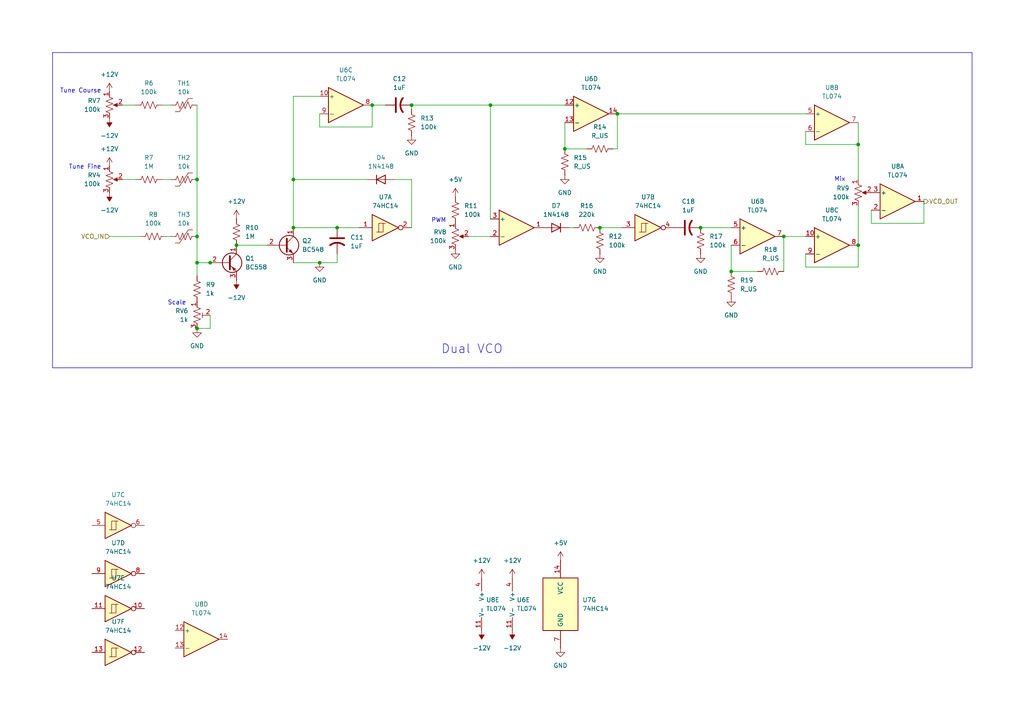
<source format=kicad_sch>
(kicad_sch (version 20250114) (generator "eeschema") (generator_version "9.0")
  (paper "A4")
  (lib_symbols
    (symbol "74xx:74HC14" (pin_names (offset 1.016))
      (property "Reference" "U" (at 0 1.27 0))
      (property "Value" "74HC14" (at 0 -1.27 0))
      (symbol "74HC14_1_0"
        (polyline (pts (xy -3.81 3.81) (xy -3.81 -3.81) (xy 3.81 0) (xy -3.81 3.81)) (stroke (width 0.254)) (fill (type background)))
        (pin input line (at -7.62 0 0) (length 3.81) (name "~") (number "1"))
        (pin output inverted (at 7.62 0 180) (length 3.81) (name "~") (number "2"))
      )
      (symbol "74HC14_1_1"
        (polyline (pts (xy -2.54 -1.27) (xy -0.635 -1.27) (xy -0.635 1.27) (xy 0 1.27)))
        (polyline (pts (xy -1.905 -1.27) (xy -1.905 1.27) (xy -0.635 1.27)))
      )
      (symbol "74HC14_2_0"
        (polyline (pts (xy -3.81 3.81) (xy -3.81 -3.81) (xy 3.81 0) (xy -3.81 3.81)) (stroke (width 0.254)) (fill (type background)))
        (pin input line (at -7.62 0 0) (length 3.81) (name "~") (number "3"))
        (pin output inverted (at 7.62 0 180) (length 3.81) (name "~") (number "4"))
      )
      (symbol "74HC14_2_1"
        (polyline (pts (xy -2.54 -1.27) (xy -0.635 -1.27) (xy -0.635 1.27) (xy 0 1.27)))
        (polyline (pts (xy -1.905 -1.27) (xy -1.905 1.27) (xy -0.635 1.27)))
      )
      (symbol "74HC14_3_0"
        (polyline (pts (xy -3.81 3.81) (xy -3.81 -3.81) (xy 3.81 0) (xy -3.81 3.81)) (stroke (width 0.254)) (fill (type background)))
        (pin input line (at -7.62 0 0) (length 3.81) (name "~") (number "5"))
        (pin output inverted (at 7.62 0 180) (length 3.81) (name "~") (number "6"))
      )
      (symbol "74HC14_3_1"
        (polyline (pts (xy -2.54 -1.27) (xy -0.635 -1.27) (xy -0.635 1.27) (xy 0 1.27)))
        (polyline (pts (xy -1.905 -1.27) (xy -1.905 1.27) (xy -0.635 1.27)))
      )
      (symbol "74HC14_4_0"
        (polyline (pts (xy -3.81 3.81) (xy -3.81 -3.81) (xy 3.81 0) (xy -3.81 3.81)) (stroke (width 0.254)) (fill (type background)))
        (pin input line (at -7.62 0 0) (length 3.81) (name "~") (number "9"))
        (pin output inverted (at 7.62 0 180) (length 3.81) (name "~") (number "8"))
      )
      (symbol "74HC14_4_1"
        (polyline (pts (xy -2.54 -1.27) (xy -0.635 -1.27) (xy -0.635 1.27) (xy 0 1.27)))
        (polyline (pts (xy -1.905 -1.27) (xy -1.905 1.27) (xy -0.635 1.27)))
      )
      (symbol "74HC14_5_0"
        (polyline (pts (xy -3.81 3.81) (xy -3.81 -3.81) (xy 3.81 0) (xy -3.81 3.81)) (stroke (width 0.254)) (fill (type background)))
        (pin input line (at -7.62 0 0) (length 3.81) (name "~") (number "11"))
        (pin output inverted (at 7.62 0 180) (length 3.81) (name "~") (number "10"))
      )
      (symbol "74HC14_5_1"
        (polyline (pts (xy -2.54 -1.27) (xy -0.635 -1.27) (xy -0.635 1.27) (xy 0 1.27)))
        (polyline (pts (xy -1.905 -1.27) (xy -1.905 1.27) (xy -0.635 1.27)))
      )
      (symbol "74HC14_6_0"
        (polyline (pts (xy -3.81 3.81) (xy -3.81 -3.81) (xy 3.81 0) (xy -3.81 3.81)) (stroke (width 0.254)) (fill (type background)))
        (pin input line (at -7.62 0 0) (length 3.81) (name "~") (number "13"))
        (pin output inverted (at 7.62 0 180) (length 3.81) (name "~") (number "12"))
      )
      (symbol "74HC14_6_1"
        (polyline (pts (xy -2.54 -1.27) (xy -0.635 -1.27) (xy -0.635 1.27) (xy 0 1.27)))
        (polyline (pts (xy -1.905 -1.27) (xy -1.905 1.27) (xy -0.635 1.27)))
      )
      (symbol "74HC14_7_0"
        (pin power_in line (at 0 12.7 270) (length 5.08) (name "VCC") (number "14"))
        (pin power_in line (at 0 -12.7 90) (length 5.08) (name "GND") (number "7"))
      )
      (symbol "74HC14_7_1"
        (rectangle (start -5.08 7.62) (end 5.08 -7.62) (stroke (width 0.254)) (fill (type background)))
      )
    )
    (symbol "Amplifier_Operational:TL074" (pin_names (offset 0.127))
      (property "Reference" "U" (at 0 5.08 0))
      (property "Value" "TL074" (at 0 -5.08 0))
      (symbol "TL074_1_1"
        (polyline (pts (xy -5.08 5.08) (xy 5.08 0) (xy -5.08 -5.08) (xy -5.08 5.08)) (stroke (width 0.254)) (fill (type background)))
        (pin input line (at -7.62 2.54 0) (length 2.54) (name "+") (number "3"))
        (pin input line (at -7.62 -2.54 0) (length 2.54) (name "-") (number "2"))
        (pin output line (at 7.62 0 180) (length 2.54) (name "~") (number "1"))
      )
      (symbol "TL074_2_1"
        (polyline (pts (xy -5.08 5.08) (xy 5.08 0) (xy -5.08 -5.08) (xy -5.08 5.08)) (stroke (width 0.254)) (fill (type background)))
        (pin input line (at -7.62 2.54 0) (length 2.54) (name "+") (number "5"))
        (pin input line (at -7.62 -2.54 0) (length 2.54) (name "-") (number "6"))
        (pin output line (at 7.62 0 180) (length 2.54) (name "~") (number "7"))
      )
      (symbol "TL074_3_1"
        (polyline (pts (xy -5.08 5.08) (xy 5.08 0) (xy -5.08 -5.08) (xy -5.08 5.08)) (stroke (width 0.254)) (fill (type background)))
        (pin input line (at -7.62 2.54 0) (length 2.54) (name "+") (number "10"))
        (pin input line (at -7.62 -2.54 0) (length 2.54) (name "-") (number "9"))
        (pin output line (at 7.62 0 180) (length 2.54) (name "~") (number "8"))
      )
      (symbol "TL074_4_1"
        (polyline (pts (xy -5.08 5.08) (xy 5.08 0) (xy -5.08 -5.08) (xy -5.08 5.08)) (stroke (width 0.254)) (fill (type background)))
        (pin input line (at -7.62 2.54 0) (length 2.54) (name "+") (number "12"))
        (pin input line (at -7.62 -2.54 0) (length 2.54) (name "-") (number "13"))
        (pin output line (at 7.62 0 180) (length 2.54) (name "~") (number "14"))
      )
      (symbol "TL074_5_1"
        (pin power_in line (at -2.54 7.62 270) (length 3.81) (name "V+") (number "4"))
        (pin power_in line (at -2.54 -7.62 90) (length 3.81) (name "V-") (number "11"))
      )
    )
    (symbol "Device:C_US" (pin_numbers (hide yes)) (pin_names (offset 0.254) (hide yes))
      (property "Reference" "C" (at 0.635 2.54 0))
      (property "Value" "C_US" (at 0.635 -2.54 0))
      (symbol "C_US_0_1"
        (polyline (pts (xy -2.032 0.762) (xy 2.032 0.762)) (stroke (width 0.508)))
        (arc (start -2.032 -1.27) (mid 0 -0.5572) (end 2.032 -1.27) (stroke (width 0.508)))
      )
      (symbol "C_US_1_1"
        (pin passive line (at 0 3.81 270) (length 2.794) (name "~") (number "1"))
        (pin passive line (at 0 -3.81 90) (length 3.302) (name "~") (number "2"))
      )
    )
    (symbol "Device:R_Potentiometer_Trim_US" (pin_names (offset 1.016) (hide yes))
      (property "Reference" "RV" (at -4.445 0 90))
      (property "Value" "R_Potentiometer_Trim_US" (at -2.54 0 90))
      (symbol "R_Potentiometer_Trim_US_0_1"
        (polyline (pts (xy 0 2.286) (xy 0 2.54)))
        (polyline (pts (xy 0 2.286) (xy 1.016 1.905) (xy 0 1.524) (xy -1.016 1.143) (xy 0 0.762)))
        (polyline (pts (xy 0 0.762) (xy 1.016 0.381) (xy 0 0) (xy -1.016 -0.381) (xy 0 -0.762)))
        (polyline (pts (xy 0 -0.762) (xy 1.016 -1.143) (xy 0 -1.524) (xy -1.016 -1.905) (xy 0 -2.286)))
        (polyline (pts (xy 0 -2.286) (xy 0 -2.54)))
        (polyline (pts (xy 1.524 0.762) (xy 1.524 -0.762)))
        (polyline (pts (xy 2.54 0) (xy 1.524 0)))
      )
      (symbol "R_Potentiometer_Trim_US_1_1"
        (pin passive line (at 0 3.81 270) (length 1.27) (name "1") (number "1"))
        (pin passive line (at 0 -3.81 90) (length 1.27) (name "3") (number "3"))
        (pin passive line (at 3.81 0 180) (length 1.27) (name "2") (number "2"))
      )
    )
    (symbol "Device:R_Potentiometer_US" (pin_names (offset 1.016) (hide yes))
      (property "Reference" "RV" (at -4.445 0 90))
      (property "Value" "R_Potentiometer_US" (at -2.54 0 90))
      (symbol "R_Potentiometer_US_0_1"
        (polyline (pts (xy 0 2.54) (xy 0 2.286)))
        (polyline (pts (xy 0 2.286) (xy 1.016 1.905) (xy 0 1.524) (xy -1.016 1.143) (xy 0 0.762)))
        (polyline (pts (xy 0 0.762) (xy 1.016 0.381) (xy 0 0) (xy -1.016 -0.381) (xy 0 -0.762)))
        (polyline (pts (xy 0 -0.762) (xy 1.016 -1.143) (xy 0 -1.524) (xy -1.016 -1.905) (xy 0 -2.286)))
        (polyline (pts (xy 0 -2.286) (xy 0 -2.54)))
        (polyline (pts (xy 1.143 0) (xy 2.286 0.508) (xy 2.286 -0.508) (xy 1.143 0)) (fill (type outline)))
        (polyline (pts (xy 2.54 0) (xy 1.524 0)))
      )
      (symbol "R_Potentiometer_US_1_1"
        (pin passive line (at 0 3.81 270) (length 1.27) (name "1") (number "1"))
        (pin passive line (at 0 -3.81 90) (length 1.27) (name "3") (number "3"))
        (pin passive line (at 3.81 0 180) (length 1.27) (name "2") (number "2"))
      )
    )
    (symbol "Device:R_US" (pin_numbers (hide yes)) (pin_names (offset 0))
      (property "Reference" "R" (at 2.54 0 90))
      (property "Value" "R_US" (at -2.54 0 90))
      (symbol "R_US_0_1"
        (polyline (pts (xy 0 2.286) (xy 0 2.54)))
        (polyline (pts (xy 0 2.286) (xy 1.016 1.905) (xy 0 1.524) (xy -1.016 1.143) (xy 0 0.762)))
        (polyline (pts (xy 0 0.762) (xy 1.016 0.381) (xy 0 0) (xy -1.016 -0.381) (xy 0 -0.762)))
        (polyline (pts (xy 0 -0.762) (xy 1.016 -1.143) (xy 0 -1.524) (xy -1.016 -1.905) (xy 0 -2.286)))
        (polyline (pts (xy 0 -2.286) (xy 0 -2.54)))
      )
      (symbol "R_US_1_1"
        (pin passive line (at 0 3.81 270) (length 1.27) (name "~") (number "1"))
        (pin passive line (at 0 -3.81 90) (length 1.27) (name "~") (number "2"))
      )
    )
    (symbol "Device:Thermistor_US" (pin_numbers (hide yes)) (pin_names (offset 0))
      (property "Reference" "TH" (at 2.54 1.27 90))
      (property "Value" "Thermistor_US" (at -2.54 0 90))
      (symbol "Thermistor_US_0_1"
        (polyline (pts (xy -1.905 2.54) (xy -1.905 1.27) (xy 1.905 -1.27)))
        (polyline (pts (xy 0 2.286) (xy 0 2.54)))
        (polyline (pts (xy 0 2.286) (xy 1.016 1.905) (xy 0 1.524) (xy -1.016 1.143) (xy 0 0.762)))
        (polyline (pts (xy 0 0.762) (xy 1.016 0.381) (xy 0 0) (xy -1.016 -0.381) (xy 0 -0.762)))
        (polyline (pts (xy 0 -0.762) (xy 1.016 -1.143) (xy 0 -1.524) (xy -1.016 -1.905) (xy 0 -2.286)))
        (polyline (pts (xy 0 -2.286) (xy 0 -2.54)))
        (polyline (pts (xy 1.905 -1.27) (xy 1.905 -2.54)))
      )
      (symbol "Thermistor_US_1_1"
        (pin passive line (at 0 3.81 270) (length 1.27) (name "~") (number "1"))
        (pin passive line (at 0 -3.81 90) (length 1.27) (name "~") (number "2"))
      )
    )
    (symbol "Diode:1N4148" (pin_numbers (hide yes)) (pin_names (hide yes))
      (property "Reference" "D" (at 0 2.54 0))
      (property "Value" "1N4148" (at 0 -2.54 0))
      (symbol "1N4148_0_1"
        (polyline (pts (xy -1.27 1.27) (xy -1.27 -1.27)) (stroke (width 0.254)))
        (polyline (pts (xy 1.27 1.27) (xy 1.27 -1.27) (xy -1.27 0) (xy 1.27 1.27)) (stroke (width 0.254)))
        (polyline (pts (xy 1.27 0) (xy -1.27 0)))
      )
      (symbol "1N4148_1_1"
        (pin passive line (at -3.81 0 0) (length 2.54) (name "K") (number "1"))
        (pin passive line (at 3.81 0 180) (length 2.54) (name "A") (number "2"))
      )
    )
    (symbol "Transistor_BJT:BC548" (pin_names (offset 0) (hide yes))
      (property "Reference" "Q" (at 5.08 1.905 0))
      (property "Value" "BC548" (at 5.08 0 0))
      (symbol "BC548_0_1"
        (polyline (pts (xy -2.54 0) (xy 0.635 0)))
        (polyline (pts (xy 0.635 1.905) (xy 0.635 -1.905)) (stroke (width 0.508)))
        (circle (center 1.27 0) (radius 2.8194) (stroke (width 0.254)))
      )
      (symbol "BC548_1_1"
        (polyline (pts (xy 0.635 0.635) (xy 2.54 2.54)))
        (polyline (pts (xy 0.635 -0.635) (xy 2.54 -2.54)))
        (polyline (pts (xy 1.27 -1.778) (xy 1.778 -1.27) (xy 2.286 -2.286) (xy 1.27 -1.778)) (fill (type outline)))
        (pin input line (at -5.08 0 0) (length 2.54) (name "B") (number "2"))
        (pin passive line (at 2.54 5.08 270) (length 2.54) (name "C") (number "1"))
        (pin passive line (at 2.54 -5.08 90) (length 2.54) (name "E") (number "3"))
      )
    )
    (symbol "Transistor_BJT:BC558" (pin_names (offset 0) (hide yes))
      (property "Reference" "Q" (at 5.08 1.905 0))
      (property "Value" "BC558" (at 5.08 0 0))
      (symbol "BC558_0_1"
        (polyline (pts (xy -2.54 0) (xy 0.635 0)))
        (polyline (pts (xy 0.635 1.905) (xy 0.635 -1.905)) (stroke (width 0.508)))
        (polyline (pts (xy 0.635 0.635) (xy 2.54 2.54)))
        (polyline (pts (xy 0.635 -0.635) (xy 2.54 -2.54)))
        (circle (center 1.27 0) (radius 2.8194) (stroke (width 0.254)))
        (polyline (pts (xy 2.286 -1.778) (xy 1.778 -2.286) (xy 1.27 -1.27) (xy 2.286 -1.778)) (fill (type outline)))
      )
      (symbol "BC558_1_1"
        (pin input line (at -5.08 0 0) (length 2.54) (name "B") (number "2"))
        (pin passive line (at 2.54 5.08 270) (length 2.54) (name "C") (number "1"))
        (pin passive line (at 2.54 -5.08 90) (length 2.54) (name "E") (number "3"))
      )
    )
    (symbol "power:+12V" (power) (pin_numbers (hide yes)) (pin_names (offset 0) (hide yes))
      (property "Value" "+12V" (at 0 3.556 0))
      (symbol "+12V_0_1"
        (polyline (pts (xy -0.762 1.27) (xy 0 2.54)))
        (polyline (pts (xy 0 2.54) (xy 0.762 1.27)))
        (polyline (pts (xy 0 0) (xy 0 2.54)))
      )
      (symbol "+12V_1_1"
        (pin power_in line (at 0 0 90) (length 0) (name "~") (number "1"))
      )
    )
    (symbol "power:+5V" (power) (pin_numbers (hide yes)) (pin_names (offset 0) (hide yes))
      (property "Value" "+5V" (at 0 3.556 0))
      (symbol "+5V_0_1"
        (polyline (pts (xy -0.762 1.27) (xy 0 2.54)))
        (polyline (pts (xy 0 2.54) (xy 0.762 1.27)))
        (polyline (pts (xy 0 0) (xy 0 2.54)))
      )
      (symbol "+5V_1_1"
        (pin power_in line (at 0 0 90) (length 0) (name "~") (number "1"))
      )
    )
    (symbol "power:-12V" (power) (pin_numbers (hide yes)) (pin_names (offset 0) (hide yes))
      (property "Value" "-12V" (at 0 3.556 0))
      (symbol "-12V_0_0"
        (pin power_in line (at 0 0 90) (length 0) (name "~") (number "1"))
      )
      (symbol "-12V_0_1"
        (polyline (pts (xy 0 0) (xy 0 1.27) (xy 0.762 1.27) (xy 0 2.54) (xy -0.762 1.27) (xy 0 1.27)) (fill (type outline)))
      )
    )
    (symbol "power:GND" (power) (pin_numbers (hide yes)) (pin_names (offset 0) (hide yes))
      (property "Value" "GND" (at 0 -3.81 0))
      (symbol "GND_0_1"
        (polyline (pts (xy 0 0) (xy 0 -1.27) (xy 1.27 -1.27) (xy 0 -2.54) (xy -1.27 -1.27) (xy 0 -1.27)))
      )
      (symbol "GND_1_1"
        (pin power_in line (at 0 0 270) (length 0) (name "~") (number "1"))
      )
    )
  )
  (rectangle (start 15.24 15.24) (end 281.94 106.68))
  (text "Mix\n" (at 243.586 52.07 0) (effects (font (size 1.27 1.27))))
  (text "Tune Fine\n" (at 24.638 48.514 0) (effects (font (size 1.27 1.27))))
  (text "PWM" (at 127.254 64.008 0) (effects (font (size 1.27 1.27))))
  (text "Tune Course\n" (at 23.368 26.416 0) (effects (font (size 1.27 1.27))))
  (text "Scale" (at 51.308 87.884 0) (effects (font (size 1.27 1.27))))
  (text "Dual VCO" (at 136.906 101.346 0) (effects (font (size 2.54 2.54))))
  (junction (at 57.15 95.25))
  (junction (at 57.15 52.07))
  (junction (at 57.15 76.2))
  (junction (at 68.58 71.12))
  (junction (at 85.09 52.07))
  (junction (at 107.95 30.48))
  (junction (at 85.09 66.04))
  (junction (at 227.33 68.58))
  (junction (at 92.71 76.2))
  (junction (at 212.09 78.74))
  (junction (at 248.92 71.12))
  (junction (at 119.38 30.48))
  (junction (at 142.24 30.48))
  (junction (at 163.83 43.18))
  (junction (at 248.92 41.91))
  (junction (at 57.15 68.58))
  (junction (at 203.2 66.04))
  (junction (at 179.07 33.02))
  (junction (at 60.96 76.2))
  (junction (at 97.79 66.04))
  (junction (at 173.99 66.04))
  (wire (pts (xy 179.07 33.02) (xy 179.07 43.18)))
  (wire (pts (xy 85.09 52.07) (xy 85.09 66.04)))
  (wire (pts (xy 267.97 64.77) (xy 267.97 58.42)))
  (wire (pts (xy 104.14 66.04) (xy 97.79 66.04)))
  (wire (pts (xy 92.71 76.2) (xy 97.79 76.2)))
  (wire (pts (xy 57.15 76.2) (xy 60.96 76.2)))
  (wire (pts (xy 57.15 30.48) (xy 57.15 52.07)))
  (wire (pts (xy 119.38 31.75) (xy 119.38 30.48)))
  (wire (pts (xy 179.07 43.18) (xy 177.8 43.18)))
  (wire (pts (xy 62.23 76.2) (xy 60.96 76.2)))
  (wire (pts (xy 233.68 38.1) (xy 233.68 41.91)))
  (wire (pts (xy 170.18 43.18) (xy 163.83 43.18)))
  (wire (pts (xy 233.68 77.47) (xy 248.92 77.47)))
  (wire (pts (xy 119.38 52.07) (xy 119.38 66.04)))
  (wire (pts (xy 252.73 64.77) (xy 267.97 64.77)))
  (wire (pts (xy 39.37 30.48) (xy 35.56 30.48)))
  (wire (pts (xy 39.37 52.07) (xy 35.56 52.07)))
  (wire (pts (xy 49.53 30.48) (xy 46.99 30.48)))
  (wire (pts (xy 60.96 91.44) (xy 60.96 95.25)))
  (wire (pts (xy 57.15 52.07) (xy 57.15 68.58)))
  (wire (pts (xy 97.79 73.66) (xy 97.79 76.2)))
  (wire (pts (xy 92.71 33.02) (xy 92.71 36.83)))
  (wire (pts (xy 142.24 30.48) (xy 163.83 30.48)))
  (wire (pts (xy 85.09 66.04) (xy 97.79 66.04)))
  (wire (pts (xy 57.15 76.2) (xy 57.15 68.58)))
  (wire (pts (xy 92.71 27.94) (xy 85.09 27.94)))
  (wire (pts (xy 106.68 52.07) (xy 85.09 52.07)))
  (wire (pts (xy 107.95 36.83) (xy 107.95 30.48)))
  (wire (pts (xy 119.38 30.48) (xy 142.24 30.48)))
  (wire (pts (xy 49.53 68.58) (xy 48.26 68.58)))
  (wire (pts (xy 49.53 52.07) (xy 46.99 52.07)))
  (wire (pts (xy 227.33 68.58) (xy 227.33 78.74)))
  (wire (pts (xy 135.89 68.58) (xy 142.24 68.58)))
  (wire (pts (xy 142.24 30.48) (xy 142.24 63.5)))
  (wire (pts (xy 233.68 33.02) (xy 179.07 33.02)))
  (wire (pts (xy 114.3 52.07) (xy 119.38 52.07)))
  (wire (pts (xy 40.64 68.58) (xy 31.75 68.58)))
  (wire (pts (xy 60.96 95.25) (xy 57.15 95.25)))
  (wire (pts (xy 92.71 76.2) (xy 85.09 76.2)))
  (wire (pts (xy 92.71 36.83) (xy 107.95 36.83)))
  (wire (pts (xy 233.68 41.91) (xy 248.92 41.91)))
  (wire (pts (xy 173.99 66.04) (xy 180.34 66.04)))
  (wire (pts (xy 212.09 78.74) (xy 219.71 78.74)))
  (wire (pts (xy 252.73 60.96) (xy 252.73 64.77)))
  (wire (pts (xy 85.09 27.94) (xy 85.09 52.07)))
  (wire (pts (xy 233.68 73.66) (xy 233.68 77.47)))
  (wire (pts (xy 163.83 43.18) (xy 163.83 35.56)))
  (wire (pts (xy 248.92 35.56) (xy 248.92 41.91)))
  (wire (pts (xy 248.92 77.47) (xy 248.92 71.12)))
  (wire (pts (xy 212.09 71.12) (xy 212.09 78.74)))
  (wire (pts (xy 57.15 80.01) (xy 57.15 76.2)))
  (wire (pts (xy 248.92 41.91) (xy 248.92 52.07)))
  (wire (pts (xy 111.76 30.48) (xy 107.95 30.48)))
  (wire (pts (xy 227.33 68.58) (xy 233.68 68.58)))
  (wire (pts (xy 77.47 71.12) (xy 68.58 71.12)))
  (wire (pts (xy 166.37 66.04) (xy 165.1 66.04)))
  (wire (pts (xy 248.92 59.69) (xy 248.92 71.12)))
  (wire (pts (xy 203.2 66.04) (xy 212.09 66.04)))
  (hierarchical_label "VCO_OUT" (shape output) (at 267.97 58.42 0))
  (hierarchical_label "VCO_IN" (shape input) (at 31.75 68.58 180))
  (symbol (lib_id "Device:R_Potentiometer_Trim_US") (at 57.15 91.44 0) (unit 1)
    (property "Reference" "RV6" (at 54.61 90.1699 0) (effects (justify right)))
    (property "Value" "1k" (at 54.61 92.7099 0) (effects (justify right)))
    (property "Footprint" "Potentiometer_THT:Potentiometer_Bourns_3266Y_Vertical" (effects (hide yes)))
    (property "Description" "Trim-potentiometer, US symbol" (effects (hide yes)))
  )
  (symbol (lib_id "power:GND") (at 203.2 73.66 0) (unit 1)
    (property "Reference" "#PWR037" (effects (hide yes)))
    (property "Value" "GND" (at 203.2 78.74 0))
    (property "Description" "Power symbol creates a global label with name \"GND\" , ground" (effects (hide yes)))
  )
  (symbol (lib_id "power:+12V") (at 31.75 48.26 0) (unit 1)
    (property "Reference" "#PWR022" (effects (hide yes)))
    (property "Value" "+12V" (at 31.75 43.18 0))
    (property "Description" "Power symbol creates a global label with name \"+12V\"" (effects (hide yes)))
  )
  (symbol (lib_id "power:GND") (at 92.71 76.2 0) (unit 1)
    (property "Reference" "#PWR027" (effects (hide yes)))
    (property "Value" "GND" (at 92.71 81.28 0))
    (property "Description" "Power symbol creates a global label with name \"GND\" , ground" (effects (hide yes)))
  )
  (symbol (lib_id "74xx:74HC14") (at 187.96 66.04 0) (unit 2)
    (property "Reference" "U7" (at 187.96 57.15 0))
    (property "Value" "74HC14" (at 187.96 59.69 0))
    (property "Datasheet" "http://www.ti.com/lit/gpn/sn74HC14" (effects (hide yes)))
    (property "Description" "Hex inverter schmitt trigger" (effects (hide yes)))
  )
  (symbol (lib_id "74xx:74HC14") (at 111.76 66.04 0) (unit 1)
    (property "Reference" "U7" (at 111.76 57.15 0))
    (property "Value" "74HC14" (at 111.76 59.69 0))
    (property "Datasheet" "http://www.ti.com/lit/gpn/sn74HC14" (effects (hide yes)))
    (property "Description" "Hex inverter schmitt trigger" (effects (hide yes)))
  )
  (symbol (lib_id "power:+5V") (at 132.08 57.15 0) (unit 1)
    (property "Reference" "#PWR034" (effects (hide yes)))
    (property "Value" "+5V" (at 132.08 52.07 0))
    (property "Description" "Power symbol creates a global label with name \"+5V\"" (effects (hide yes)))
  )
  (symbol (lib_id "Device:R_Potentiometer_US") (at 248.92 55.88 0) (unit 1)
    (property "Reference" "RV9" (at 246.38 54.6099 0) (effects (justify right)))
    (property "Value" "100k" (at 246.38 57.1499 0) (effects (justify right)))
    (property "Footprint" "Potentiometer_THT:Potentiometer_Alpha_RD901F-40-00D_Single_Vertical" (effects (hide yes)))
    (property "Description" "Potentiometer, US symbol" (effects (hide yes)))
  )
  (symbol (lib_id "power:-12V") (at 139.7 182.88 180) (unit 1)
    (property "Reference" "#PWR040" (effects (hide yes)))
    (property "Value" "-12V" (at 139.7 187.96 0))
    (property "Description" "Power symbol creates a global label with name \"-12V\"" (effects (hide yes)))
  )
  (symbol (lib_id "Diode:1N4148") (at 161.29 66.04 180) (unit 1)
    (property "Reference" "D7" (at 161.29 59.69 0))
    (property "Value" "1N4148" (at 161.29 62.23 0))
    (property "Footprint" "Diode_THT:D_DO-35_SOD27_P7.62mm_Horizontal" (effects (hide yes)))
    (property "Datasheet" "https://assets.nexperia.com/documents/data-sheet/1N4148_1N4448.pdf" (effects (hide yes)))
    (property "Description" "100V 0.15A standard switching diode, DO-35" (effects (hide yes)))
    (property "Sim.Device" "D" (effects (hide yes)))
    (property "Sim.Pins" "1=K 2=A" (effects (hide yes)))
  )
  (symbol (lib_id "power:GND") (at 163.83 50.8 0) (unit 1)
    (property "Reference" "#PWR021" (effects (hide yes)))
    (property "Value" "GND" (at 163.83 55.88 0))
    (property "Description" "Power symbol creates a global label with name \"GND\" , ground" (effects (hide yes)))
  )
  (symbol (lib_id "power:-12V") (at 148.59 182.88 180) (unit 1)
    (property "Reference" "#PWR029" (effects (hide yes)))
    (property "Value" "-12V" (at 148.59 187.96 0))
    (property "Description" "Power symbol creates a global label with name \"-12V\"" (effects (hide yes)))
  )
  (symbol (lib_id "Amplifier_Operational:TL074") (at 100.33 30.48 0) (unit 3)
    (property "Reference" "U6" (at 100.33 20.32 0))
    (property "Value" "TL074" (at 100.33 22.86 0))
    (property "Footprint" "Package_DIP:DIP-14_W7.62mm" (effects (hide yes)))
    (property "Datasheet" "http://www.ti.com/lit/ds/symlink/tl071.pdf" (effects (hide yes)))
    (property "Description" "Quad Low-Noise JFET-Input Operational Amplifiers, DIP-14/SOIC-14" (effects (hide yes)))
  )
  (symbol (lib_id "Transistor_BJT:BC548") (at 82.55 71.12 0) (unit 1)
    (property "Reference" "Q2" (at 87.63 69.8499 0) (effects (justify left)))
    (property "Value" "BC548" (at 87.63 72.3899 0) (effects (justify left)))
    (property "Footprint" "Package_TO_SOT_THT:TO-92_Inline" (effects (hide yes)))
    (property "Datasheet" "https://www.onsemi.com/pub/Collateral/BC550-D.pdf" (effects (hide yes)))
    (property "Description" "0.1A Ic, 30V Vce, Small Signal NPN Transistor, TO-92" (effects (hide yes)))
  )
  (symbol (lib_id "Device:C_US") (at 115.57 30.48 90) (unit 1)
    (property "Reference" "C12" (at 115.824 22.86 90))
    (property "Value" "1uF" (at 115.824 25.4 90))
    (property "Footprint" "Capacitor_THT:CP_Radial_D4.0mm_P2.00mm" (effects (hide yes)))
    (property "Description" "capacitor, US symbol" (effects (hide yes)))
  )
  (symbol (lib_id "Device:R_US") (at 43.18 52.07 90) (unit 1)
    (property "Reference" "R7" (at 43.18 45.72 90))
    (property "Value" "1M" (at 43.18 48.26 90))
    (property "Footprint" "Resistor_THT:R_Axial_DIN0207_L6.3mm_D2.5mm_P10.16mm_Horizontal" (effects (hide yes)))
    (property "Description" "Resistor, US symbol" (effects (hide yes)))
  )
  (symbol (lib_id "Amplifier_Operational:TL074") (at 219.71 68.58 0) (unit 2)
    (property "Reference" "U6" (at 219.71 58.42 0))
    (property "Value" "TL074" (at 219.71 60.96 0))
    (property "Footprint" "Package_DIP:DIP-14_W7.62mm" (effects (hide yes)))
    (property "Datasheet" "http://www.ti.com/lit/ds/symlink/tl071.pdf" (effects (hide yes)))
    (property "Description" "Quad Low-Noise JFET-Input Operational Amplifiers, DIP-14/SOIC-14" (effects (hide yes)))
  )
  (symbol (lib_id "power:GND") (at 57.15 95.25 0) (unit 1)
    (property "Reference" "#PWR024" (effects (hide yes)))
    (property "Value" "GND" (at 57.15 100.33 0))
    (property "Description" "Power symbol creates a global label with name \"GND\" , ground" (effects (hide yes)))
  )
  (symbol (lib_id "74xx:74HC14") (at 34.29 152.4 0) (unit 3)
    (property "Reference" "U7" (at 34.29 143.51 0))
    (property "Value" "74HC14" (at 34.29 146.05 0))
    (property "Datasheet" "http://www.ti.com/lit/gpn/sn74HC14" (effects (hide yes)))
    (property "Description" "Hex inverter schmitt trigger" (effects (hide yes)))
  )
  (symbol (lib_id "Device:R_Potentiometer_US") (at 31.75 52.07 0) (unit 1)
    (property "Reference" "RV4" (at 29.21 50.7999 0) (effects (justify right)))
    (property "Value" "100k" (at 29.21 53.3399 0) (effects (justify right)))
    (property "Footprint" "Potentiometer_THT:Potentiometer_Alpha_RD901F-40-00D_Single_Vertical" (effects (hide yes)))
    (property "Description" "Potentiometer, US symbol" (effects (hide yes)))
  )
  (symbol (lib_id "Device:R_US") (at 223.52 78.74 90) (unit 1)
    (property "Reference" "R18" (at 223.52 72.39 90))
    (property "Value" "R_US" (at 223.52 74.93 90))
    (property "Footprint" "Resistor_THT:R_Axial_DIN0207_L6.3mm_D2.5mm_P10.16mm_Horizontal" (effects (hide yes)))
    (property "Description" "Resistor, US symbol" (effects (hide yes)))
  )
  (symbol (lib_id "Amplifier_Operational:TL074") (at 58.42 185.42 0) (unit 4)
    (property "Reference" "U8" (at 58.42 175.26 0))
    (property "Value" "TL074" (at 58.42 177.8 0))
    (property "Footprint" "Package_DIP:DIP-14_W7.62mm" (effects (hide yes)))
    (property "Datasheet" "http://www.ti.com/lit/ds/symlink/tl071.pdf" (effects (hide yes)))
    (property "Description" "Quad Low-Noise JFET-Input Operational Amplifiers, DIP-14/SOIC-14" (effects (hide yes)))
  )
  (symbol (lib_id "power:+5V") (at 162.56 162.56 0) (unit 1)
    (property "Reference" "#PWR032" (effects (hide yes)))
    (property "Value" "+5V" (at 162.56 157.48 0))
    (property "Description" "Power symbol creates a global label with name \"+5V\"" (effects (hide yes)))
  )
  (symbol (lib_id "Amplifier_Operational:TL074") (at 171.45 33.02 0) (unit 4)
    (property "Reference" "U6" (at 171.45 22.86 0))
    (property "Value" "TL074" (at 171.45 25.4 0))
    (property "Footprint" "Package_DIP:DIP-14_W7.62mm" (effects (hide yes)))
    (property "Datasheet" "http://www.ti.com/lit/ds/symlink/tl071.pdf" (effects (hide yes)))
    (property "Description" "Quad Low-Noise JFET-Input Operational Amplifiers, DIP-14/SOIC-14" (effects (hide yes)))
  )
  (symbol (lib_id "Device:R_US") (at 119.38 35.56 0) (unit 1)
    (property "Reference" "R13" (at 121.92 34.2899 0) (effects (justify left)))
    (property "Value" "100k" (at 121.92 36.8299 0) (effects (justify left)))
    (property "Footprint" "Resistor_THT:R_Axial_DIN0207_L6.3mm_D2.5mm_P10.16mm_Horizontal" (effects (hide yes)))
    (property "Description" "Resistor, US symbol" (effects (hide yes)))
  )
  (symbol (lib_id "Amplifier_Operational:TL074") (at 151.13 175.26 0) (unit 5)
    (property "Reference" "U6" (at 149.86 173.9899 0) (effects (justify left)))
    (property "Value" "TL074" (at 149.86 176.5299 0) (effects (justify left)))
    (property "Footprint" "Package_DIP:DIP-14_W7.62mm" (effects (hide yes)))
    (property "Datasheet" "http://www.ti.com/lit/ds/symlink/tl071.pdf" (effects (hide yes)))
    (property "Description" "Quad Low-Noise JFET-Input Operational Amplifiers, DIP-14/SOIC-14" (effects (hide yes)))
  )
  (symbol (lib_id "Device:R_US") (at 43.18 30.48 90) (unit 1)
    (property "Reference" "R6" (at 43.18 24.13 90))
    (property "Value" "100k" (at 43.18 26.67 90))
    (property "Footprint" "Resistor_THT:R_Axial_DIN0207_L6.3mm_D2.5mm_P10.16mm_Horizontal" (effects (hide yes)))
    (property "Description" "Resistor, US symbol" (effects (hide yes)))
  )
  (symbol (lib_id "74xx:74HC14") (at 34.29 189.23 0) (unit 6)
    (property "Reference" "U7" (at 34.29 180.34 0))
    (property "Value" "74HC14" (at 34.29 182.88 0))
    (property "Datasheet" "http://www.ti.com/lit/gpn/sn74HC14" (effects (hide yes)))
    (property "Description" "Hex inverter schmitt trigger" (effects (hide yes)))
  )
  (symbol (lib_id "power:-12V") (at 31.75 55.88 180) (unit 1)
    (property "Reference" "#PWR023" (effects (hide yes)))
    (property "Value" "-12V" (at 31.75 60.96 0))
    (property "Description" "Power symbol creates a global label with name \"-12V\"" (effects (hide yes)))
  )
  (symbol (lib_id "Device:Thermistor_US") (at 53.34 30.48 90) (unit 1)
    (property "Reference" "TH1" (at 53.34 24.13 90))
    (property "Value" "10k" (at 53.34 26.67 90))
    (property "Description" "Thermistor, temperature dependent resistor, US symbol" (effects (hide yes)))
  )
  (symbol (lib_id "Device:Thermistor_US") (at 53.34 52.07 90) (unit 1)
    (property "Reference" "TH2" (at 53.34 45.72 90))
    (property "Value" "10k" (at 53.34 48.26 90))
    (property "Description" "Thermistor, temperature dependent resistor, US symbol" (effects (hide yes)))
  )
  (symbol (lib_id "Device:R_US") (at 163.83 46.99 0) (unit 1)
    (property "Reference" "R15" (at 166.37 45.7199 0) (effects (justify left)))
    (property "Value" "R_US" (at 166.37 48.2599 0) (effects (justify left)))
    (property "Footprint" "Resistor_THT:R_Axial_DIN0207_L6.3mm_D2.5mm_P10.16mm_Horizontal" (effects (hide yes)))
    (property "Description" "Resistor, US symbol" (effects (hide yes)))
  )
  (symbol (lib_id "74xx:74HC14") (at 34.29 166.37 0) (unit 4)
    (property "Reference" "U7" (at 34.29 157.48 0))
    (property "Value" "74HC14" (at 34.29 160.02 0))
    (property "Datasheet" "http://www.ti.com/lit/gpn/sn74HC14" (effects (hide yes)))
    (property "Description" "Hex inverter schmitt trigger" (effects (hide yes)))
  )
  (symbol (lib_id "Device:R_US") (at 203.2 69.85 0) (unit 1)
    (property "Reference" "R17" (at 205.74 68.5799 0) (effects (justify left)))
    (property "Value" "100k" (at 205.74 71.1199 0) (effects (justify left)))
    (property "Footprint" "Resistor_THT:R_Axial_DIN0207_L6.3mm_D2.5mm_P10.16mm_Horizontal" (effects (hide yes)))
    (property "Description" "Resistor, US symbol" (effects (hide yes)))
  )
  (symbol (lib_id "Device:R_US") (at 44.45 68.58 90) (unit 1)
    (property "Reference" "R8" (at 44.45 62.23 90))
    (property "Value" "100k" (at 44.45 64.77 90))
    (property "Footprint" "Resistor_THT:R_Axial_DIN0207_L6.3mm_D2.5mm_P10.16mm_Horizontal" (effects (hide yes)))
    (property "Description" "Resistor, US symbol" (effects (hide yes)))
  )
  (symbol (lib_id "74xx:74HC14") (at 34.29 176.53 0) (unit 5)
    (property "Reference" "U7" (at 34.29 167.64 0))
    (property "Value" "74HC14" (at 34.29 170.18 0))
    (property "Datasheet" "http://www.ti.com/lit/gpn/sn74HC14" (effects (hide yes)))
    (property "Description" "Hex inverter schmitt trigger" (effects (hide yes)))
  )
  (symbol (lib_id "Transistor_BJT:BC558") (at 66.04 76.2 0) (unit 1)
    (property "Reference" "Q1" (at 71.12 74.9299 0) (effects (justify left)))
    (property "Value" "BC558" (at 71.12 77.4699 0) (effects (justify left)))
    (property "Footprint" "Package_TO_SOT_THT:TO-92_Inline" (effects (hide yes)))
    (property "Datasheet" "https://www.onsemi.com/pub/Collateral/BC556BTA-D.pdf" (effects (hide yes)))
    (property "Description" "0.1A Ic, 30V Vce, PNP Small Signal Transistor, TO-92" (effects (hide yes)))
  )
  (symbol (lib_id "Device:R_Potentiometer_US") (at 31.75 30.48 0) (unit 1)
    (property "Reference" "RV7" (at 29.21 29.2099 0) (effects (justify right)))
    (property "Value" "100k" (at 29.21 31.7499 0) (effects (justify right)))
    (property "Footprint" "Potentiometer_THT:Potentiometer_Alpha_RD901F-40-00D_Single_Vertical" (effects (hide yes)))
    (property "Description" "Potentiometer, US symbol" (effects (hide yes)))
  )
  (symbol (lib_id "power:+12V") (at 139.7 167.64 0) (unit 1)
    (property "Reference" "#PWR039" (effects (hide yes)))
    (property "Value" "+12V" (at 139.7 162.56 0))
    (property "Description" "Power symbol creates a global label with name \"+12V\"" (effects (hide yes)))
  )
  (symbol (lib_id "Device:Thermistor_US") (at 53.34 68.58 90) (unit 1)
    (property "Reference" "TH3" (at 53.34 62.23 90))
    (property "Value" "10k" (at 53.34 64.77 90))
    (property "Description" "Thermistor, temperature dependent resistor, US symbol" (effects (hide yes)))
  )
  (symbol (lib_id "Device:C_US") (at 97.79 69.85 0) (unit 1)
    (property "Reference" "C11" (at 101.6 68.8339 0) (effects (justify left)))
    (property "Value" "1uF" (at 101.6 71.3739 0) (effects (justify left)))
    (property "Footprint" "Capacitor_THT:CP_Radial_D4.0mm_P2.00mm" (effects (hide yes)))
    (property "Description" "capacitor, US symbol" (effects (hide yes)))
  )
  (symbol (lib_id "power:+12V") (at 68.58 63.5 0) (unit 1)
    (property "Reference" "#PWR026" (effects (hide yes)))
    (property "Value" "+12V" (at 68.58 58.42 0))
    (property "Description" "Power symbol creates a global label with name \"+12V\"" (effects (hide yes)))
  )
  (symbol (lib_id "Amplifier_Operational:TL074") (at 241.3 35.56 0) (unit 2)
    (property "Reference" "U8" (at 241.3 25.4 0))
    (property "Value" "TL074" (at 241.3 27.94 0))
    (property "Footprint" "Package_DIP:DIP-14_W7.62mm" (effects (hide yes)))
    (property "Datasheet" "http://www.ti.com/lit/ds/symlink/tl071.pdf" (effects (hide yes)))
    (property "Description" "Quad Low-Noise JFET-Input Operational Amplifiers, DIP-14/SOIC-14" (effects (hide yes)))
  )
  (symbol (lib_id "Amplifier_Operational:TL074") (at 260.35 58.42 0) (unit 1)
    (property "Reference" "U8" (at 260.35 48.26 0))
    (property "Value" "TL074" (at 260.35 50.8 0))
    (property "Footprint" "Package_DIP:DIP-14_W7.62mm" (effects (hide yes)))
    (property "Datasheet" "http://www.ti.com/lit/ds/symlink/tl071.pdf" (effects (hide yes)))
    (property "Description" "Quad Low-Noise JFET-Input Operational Amplifiers, DIP-14/SOIC-14" (effects (hide yes)))
  )
  (symbol (lib_id "Amplifier_Operational:TL074") (at 241.3 71.12 0) (unit 3)
    (property "Reference" "U8" (at 241.3 60.96 0))
    (property "Value" "TL074" (at 241.3 63.5 0))
    (property "Footprint" "Package_DIP:DIP-14_W7.62mm" (effects (hide yes)))
    (property "Datasheet" "http://www.ti.com/lit/ds/symlink/tl071.pdf" (effects (hide yes)))
    (property "Description" "Quad Low-Noise JFET-Input Operational Amplifiers, DIP-14/SOIC-14" (effects (hide yes)))
  )
  (symbol (lib_id "power:GND") (at 173.99 73.66 0) (unit 1)
    (property "Reference" "#PWR036" (effects (hide yes)))
    (property "Value" "GND" (at 173.99 78.74 0))
    (property "Description" "Power symbol creates a global label with name \"GND\" , ground" (effects (hide yes)))
  )
  (symbol (lib_id "Device:R_US") (at 68.58 67.31 180) (unit 1)
    (property "Reference" "R10" (at 71.12 66.0399 0) (effects (justify right)))
    (property "Value" "1M" (at 71.12 68.5799 0) (effects (justify right)))
    (property "Footprint" "Resistor_THT:R_Axial_DIN0207_L6.3mm_D2.5mm_P10.16mm_Horizontal" (effects (hide yes)))
    (property "Description" "Resistor, US symbol" (effects (hide yes)))
  )
  (symbol (lib_id "Device:R_US") (at 170.18 66.04 270) (unit 1)
    (property "Reference" "R16" (at 170.18 59.69 90))
    (property "Value" "220k" (at 170.18 62.23 90))
    (property "Footprint" "Resistor_THT:R_Axial_DIN0207_L6.3mm_D2.5mm_P10.16mm_Horizontal" (effects (hide yes)))
    (property "Description" "Resistor, US symbol" (effects (hide yes)))
  )
  (symbol (lib_id "power:GND") (at 212.09 86.36 0) (unit 1)
    (property "Reference" "#PWR038" (effects (hide yes)))
    (property "Value" "GND" (at 212.09 91.44 0))
    (property "Description" "Power symbol creates a global label with name \"GND\" , ground" (effects (hide yes)))
  )
  (symbol (lib_id "Device:R_US") (at 173.99 43.18 270) (unit 1)
    (property "Reference" "R14" (at 173.99 36.83 90))
    (property "Value" "R_US" (at 173.99 39.37 90))
    (property "Footprint" "Resistor_THT:R_Axial_DIN0207_L6.3mm_D2.5mm_P10.16mm_Horizontal" (effects (hide yes)))
    (property "Description" "Resistor, US symbol" (effects (hide yes)))
  )
  (symbol (lib_id "power:GND") (at 162.56 187.96 0) (unit 1)
    (property "Reference" "#PWR033" (effects (hide yes)))
    (property "Value" "GND" (at 162.56 193.04 0))
    (property "Description" "Power symbol creates a global label with name \"GND\" , ground" (effects (hide yes)))
  )
  (symbol (lib_id "Device:R_US") (at 57.15 83.82 180) (unit 1)
    (property "Reference" "R9" (at 59.69 82.5499 0) (effects (justify right)))
    (property "Value" "1k" (at 59.69 85.0899 0) (effects (justify right)))
    (property "Footprint" "Resistor_THT:R_Axial_DIN0207_L6.3mm_D2.5mm_P10.16mm_Horizontal" (effects (hide yes)))
    (property "Description" "Resistor, US symbol" (effects (hide yes)))
  )
  (symbol (lib_id "Diode:1N4148") (at 110.49 52.07 0) (unit 1)
    (property "Reference" "D4" (at 110.49 45.72 0))
    (property "Value" "1N4148" (at 110.49 48.26 0))
    (property "Footprint" "Diode_THT:D_DO-35_SOD27_P7.62mm_Horizontal" (effects (hide yes)))
    (property "Datasheet" "https://assets.nexperia.com/documents/data-sheet/1N4148_1N4448.pdf" (effects (hide yes)))
    (property "Description" "100V 0.15A standard switching diode, DO-35" (effects (hide yes)))
    (property "Sim.Device" "D" (effects (hide yes)))
    (property "Sim.Pins" "1=K 2=A" (effects (hide yes)))
  )
  (symbol (lib_id "Device:R_US") (at 132.08 60.96 180) (unit 1)
    (property "Reference" "R11" (at 134.62 59.6899 0) (effects (justify right)))
    (property "Value" "100k" (at 134.62 62.2299 0) (effects (justify right)))
    (property "Footprint" "Resistor_THT:R_Axial_DIN0207_L6.3mm_D2.5mm_P10.16mm_Horizontal" (effects (hide yes)))
    (property "Description" "Resistor, US symbol" (effects (hide yes)))
  )
  (symbol (lib_id "Device:R_Potentiometer_US") (at 132.08 68.58 0) (unit 1)
    (property "Reference" "RV8" (at 129.54 67.3099 0) (effects (justify right)))
    (property "Value" "100k" (at 129.54 69.8499 0) (effects (justify right)))
    (property "Footprint" "Potentiometer_THT:Potentiometer_Alpha_RD901F-40-00D_Single_Vertical" (effects (hide yes)))
    (property "Description" "Potentiometer, US symbol" (effects (hide yes)))
  )
  (symbol (lib_id "power:GND") (at 132.08 72.39 0) (unit 1)
    (property "Reference" "#PWR035" (effects (hide yes)))
    (property "Value" "GND" (at 132.08 77.47 0))
    (property "Description" "Power symbol creates a global label with name \"GND\" , ground" (effects (hide yes)))
  )
  (symbol (lib_id "Amplifier_Operational:TL074") (at 142.24 175.26 0) (unit 5)
    (property "Reference" "U8" (at 140.97 173.9899 0) (effects (justify left)))
    (property "Value" "TL074" (at 140.97 176.5299 0) (effects (justify left)))
    (property "Footprint" "Package_DIP:DIP-14_W7.62mm" (effects (hide yes)))
    (property "Datasheet" "http://www.ti.com/lit/ds/symlink/tl071.pdf" (effects (hide yes)))
    (property "Description" "Quad Low-Noise JFET-Input Operational Amplifiers, DIP-14/SOIC-14" (effects (hide yes)))
  )
  (symbol (lib_id "power:+12V") (at 148.59 167.64 0) (unit 1)
    (property "Reference" "#PWR028" (effects (hide yes)))
    (property "Value" "+12V" (at 148.59 162.56 0))
    (property "Description" "Power symbol creates a global label with name \"+12V\"" (effects (hide yes)))
  )
  (symbol (lib_id "power:-12V") (at 31.75 34.29 180) (unit 1)
    (property "Reference" "#PWR018" (effects (hide yes)))
    (property "Value" "-12V" (at 31.75 39.37 0))
    (property "Description" "Power symbol creates a global label with name \"-12V\"" (effects (hide yes)))
  )
  (symbol (lib_id "74xx:74HC14") (at 162.56 175.26 0) (unit 7)
    (property "Reference" "U7" (at 168.91 173.9899 0) (effects (justify left)))
    (property "Value" "74HC14" (at 168.91 176.5299 0) (effects (justify left)))
    (property "Datasheet" "http://www.ti.com/lit/gpn/sn74HC14" (effects (hide yes)))
    (property "Description" "Hex inverter schmitt trigger" (effects (hide yes)))
  )
  (symbol (lib_id "Device:C_US") (at 199.39 66.04 90) (unit 1)
    (property "Reference" "C18" (at 199.644 58.42 90))
    (property "Value" "1uF" (at 199.644 60.96 90))
    (property "Footprint" "Capacitor_THT:CP_Radial_D4.0mm_P2.00mm" (effects (hide yes)))
    (property "Description" "capacitor, US symbol" (effects (hide yes)))
  )
  (symbol (lib_id "power:GND") (at 119.38 39.37 0) (unit 1)
    (property "Reference" "#PWR09" (effects (hide yes)))
    (property "Value" "GND" (at 119.38 44.45 0))
    (property "Description" "Power symbol creates a global label with name \"GND\" , ground" (effects (hide yes)))
  )
  (symbol (lib_id "power:-12V") (at 68.58 81.28 180) (unit 1)
    (property "Reference" "#PWR025" (effects (hide yes)))
    (property "Value" "-12V" (at 68.58 86.36 0))
    (property "Description" "Power symbol creates a global label with name \"-12V\"" (effects (hide yes)))
  )
  (symbol (lib_id "power:+12V") (at 31.75 26.67 0) (unit 1)
    (property "Reference" "#PWR017" (effects (hide yes)))
    (property "Value" "+12V" (at 31.75 21.59 0))
    (property "Description" "Power symbol creates a global label with name \"+12V\"" (effects (hide yes)))
  )
  (symbol (lib_id "Amplifier_Operational:TL074") (at 149.86 66.04 0) (unit 1)
    (property "Reference" "U6" (effects (hide yes)))
    (property "Value" "TL074" (effects (hide yes)))
    (property "Footprint" "Package_DIP:DIP-14_W7.62mm" (effects (hide yes)))
    (property "Datasheet" "http://www.ti.com/lit/ds/symlink/tl071.pdf" (effects (hide yes)))
    (property "Description" "Quad Low-Noise JFET-Input Operational Amplifiers, DIP-14/SOIC-14" (effects (hide yes)))
  )
  (symbol (lib_id "Device:R_US") (at 173.99 69.85 180) (unit 1)
    (property "Reference" "R12" (at 176.53 68.5799 0) (effects (justify right)))
    (property "Value" "100k" (at 176.53 71.1199 0) (effects (justify right)))
    (property "Footprint" "Resistor_THT:R_Axial_DIN0207_L6.3mm_D2.5mm_P10.16mm_Horizontal" (effects (hide yes)))
    (property "Description" "Resistor, US symbol" (effects (hide yes)))
  )
  (symbol (lib_id "Device:R_US") (at 212.09 82.55 0) (unit 1)
    (property "Reference" "R19" (at 214.63 81.2799 0) (effects (justify left)))
    (property "Value" "R_US" (at 214.63 83.8199 0) (effects (justify left)))
    (property "Footprint" "Resistor_THT:R_Axial_DIN0207_L6.3mm_D2.5mm_P10.16mm_Horizontal" (effects (hide yes)))
    (property "Description" "Resistor, US symbol" (effects (hide yes)))
  )
)
</source>
